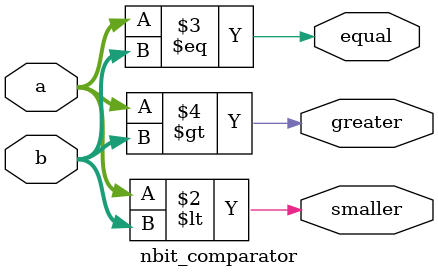
<source format=v>
module nbit_comparator #(parameter N = 8) 
(
    input [N-1:0] a,
    input [N-1:0] b,
    output reg smaller,
    output reg equal,
    output reg greater
);

always @(*) begin
    smaller = (a<b);
    equal = (a==b);
    greater = (a>b);
end
    
endmodule




</source>
